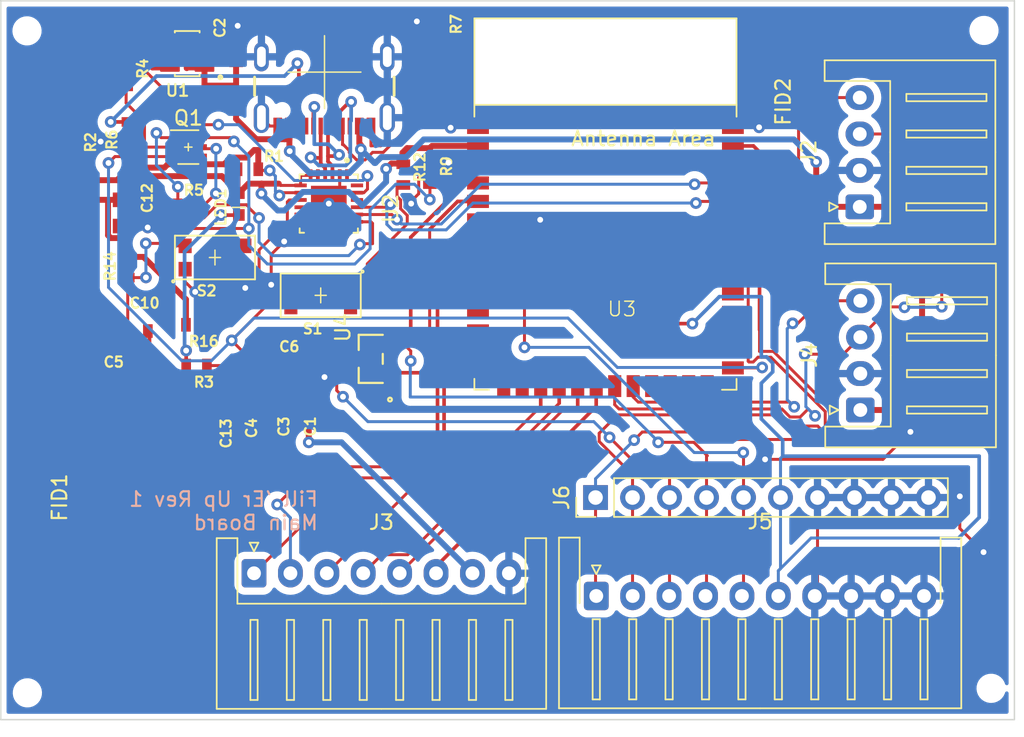
<source format=kicad_pcb>
(kicad_pcb (version 20221018) (generator pcbnew)
  (layers (0 "F.Cu" signal) (31 "B.Cu" signal) (34 "B.Paste" user) (35 "F.Paste" user) (36 "B.SilkS" user "B.Silkscreen") (37 "F.SilkS" user "F.Silkscreen") (38 "B.Mask" user) (39 "F.Mask" user) (44 "Edge.Cuts" user))
  (net 0 "")
  (net 1 "+3.3V")
  (net 2 "GND")
  (net 3 "/EN")
  (net 4 "/GPIO0")
  (net 5 "Net-(J1-CC1)")
  (net 6 "/USB_D+")
  (net 7 "/USB_D-")
  (net 9 "Net-(J1-CC2)")
  (net 11 "/SCL")
  (net 12 "/SDA")
  (net 13 "/K_PWR+")
  (net 14 "/K_BREW+")
  (net 15 "/K_LIM_SWS+")
  (net 16 "/K_LIM_SWB+")
  (net 17 "/K_LIM_PUMP+")
  (net 18 "/K_RES+")
  (net 19 "Net-(LED1-C)")
  (net 20 "/~{RTS}")
  (net 21 "Net-(Q1A-B1)")
  (net 22 "/~{DTR}")
  (net 23 "Net-(Q1B-B2)")
  (net 24 "/VBUS_DET")
  (net 25 "Net-(U2-~{RST})")
  (net 34 "/TXD0")
  (net 35 "/RXD0")
  (net 38 "/LIM_SW_CTRL")
  (net 40 "/TFT_CS")
  (net 41 "/ENC_CLK")
  (net 42 "/ENC_DT")
  (net 43 "/ENC_SW")
  (net 44 "/TFT_BL")
  (net 49 "/TFT_DC")
  (net 50 "/TFT_RST")
  (net 51 "/TFT_MOSI")
  (net 52 "/TFT_SCLK")
  (net 65 "VUSB")
  (footprint "EESDLib_Updated:C0603" (layer "F.Cu") (at 96.3 47.6712 90)
    (fp_text reference "C1")
    (fp_text value "4.7uf")
  )
  (footprint "EESDLib_Updated:C0805" (layer "F.Cu") (at 83.6 34.89 -90)
    (fp_text reference "C12")
    (fp_text value "22uf")
  )
  (footprint "EESDLib_Updated:ESP32-S3-Wroom-1" (layer "F.Cu") (at 115.22 36.73)
    (fp_text reference "U3")
    (fp_text value "ESP32-S3-WROOM-1-N4")
  )
  (footprint "EESDLib_Updated:C0603" (layer "F.Cu") (at 104.65 32.2 -90)
    (fp_text reference "R9")
    (fp_text value "10k")
  )
  (footprint "EESDLib_Updated:C0603" (layer "F.Cu") (at 83.79 25.4888 -90)
    (fp_text reference "R4")
    (fp_text value "10k")
  )
  (footprint "EESDLib_Updated:C0603" (layer "F.Cu") (at 102.82 32.2588 -90)
    (fp_text reference "R12")
    (fp_text value "10k")
  )
  (footprint "Connector_PinHeader_2.54mm:PinHeader_1x10_P2.54mm_Vertical" (layer "F.Cu") (at 116.02 54.43 90)
    (fp_text reference "J6")
    (fp_text value "Conn_01x10_Pin")
  )
  (footprint "EESDLib_Updated:SC70-6" (layer "F.Cu") (at 88.06 30.37)
    (fp_text reference "Q1")
    (fp_text value "NPNx2")
  )
  (footprint "EESDLib_Updated:QFN-24" (layer "F.Cu") (at 97.705 34.25 -90)
    (fp_text reference "U2")
    (fp_text value "CP2102N-A02-GQFN24R" hide)
  )
  (footprint "EESDLib_Updated:mounting_hole" (layer "F.Cu") (at 76.985 22.39 90)
    (fp_text reference "H1")
    (fp_text value "MountingHole")
  )
  (footprint "Fiducial:Fiducial_1mm_Mask3mm" (layer "F.Cu") (at 128.46 23.92 90)
    (fp_text reference "FID2")
    (fp_text value "Fiducial")
  )
  (footprint "Fiducial:Fiducial_1mm_Mask3mm" (layer "F.Cu") (at 81.76 54.43 90)
    (fp_text reference "FID1")
    (fp_text value "Fiducial")
  )
  (footprint "EESDLib_Updated:C0603" (layer "F.Cu") (at 92.5412 47.6688 90)
    (fp_text reference "C4")
    (fp_text value "1u")
  )
  (footprint "EESDLib_Updated:mounting_hole" (layer "F.Cu") (at 77.01 67.84 -90)
    (fp_text reference "H2")
    (fp_text value "MountingHole")
  )
  (footprint "Connector_JST:JST_XH_S8B-XH-A_1x08_P2.50mm_Horizontal" (layer "F.Cu") (at 92.57 59.63)
    (fp_text reference "J3")
    (fp_text value "Conn_01x08")
  )
  (footprint "EESDLib_Updated:GCT4105" (layer "F.Cu") (at 97.41 25.22 -90)
    (fp_text reference "J1" hide)
    (fp_text value "USB4105-GF-A")
  )
  (footprint "EESDLib_Updated:C0603" (layer "F.Cu") (at 95.4988 45.21)
    (fp_text reference "C6")
    (fp_text value "1uf")
  )
  (footprint "EESDLib_Updated:LED_0603" (layer "F.Cu") (at 91.53 34.28 90)
    (fp_text reference "LED1")
    (fp_text value "val")
  )
  (footprint "EESDLib_Updated:C0603" (layer "F.Cu") (at 90.75 47.67 90)
    (fp_text reference "C13")
    (fp_text value "1u")
  )
  (footprint "Connector_JST:JST_XH_S10B-XH-A-1_1x10_P2.50mm_Horizontal" (layer "F.Cu") (at 116.07 61.19)
    (fp_text reference "J5")
    (fp_text value "Conn_01x10_Pin")
  )
  (footprint "EESDLib_Updated:C0603" (layer "F.Cu") (at 92.1512 31.89 180)
    (fp_text reference "R1")
    (fp_text value "22k")
  )
  (footprint "EESDLib_Updated:C0603" (layer "F.Cu") (at 105.31 22.4388 -90)
    (fp_text reference "R7")
    (fp_text value "5.1k")
  )
  (footprint "EESDLib_Updated:C0603" (layer "F.Cu") (at 84.6812 46.58)
    (fp_text reference "C5")
    (fp_text value "1uf")
  )
  (footprint "EESDLib_Updated:C0603" (layer "F.Cu") (at 88.0312 34.37)
    (fp_text reference "R5")
    (fp_text value "10k")
  )
  (footprint "EESDLib_Updated:C0603" (layer "F.Cu") (at 83.9 38.62 90)
    (fp_text reference "R14")
    (fp_text value "10k")
  )
  (footprint "EESDLib_Updated:PB4X2" (layer "F.Cu") (at 97.15 40.55)
    (fp_text reference "S1")
    (fp_text value "KMR231GLFS")
  )
  (footprint "EESDLib_Updated:C0603" (layer "F.Cu") (at 91.34 23.8388 90)
    (fp_text reference "C2")
    (fp_text value "1u")
  )
  (footprint "LIM SWITCH MOSFET:SOT-23_ONS" (layer "F.Cu") (at 100.5852 44.91 90)
    (fp_text reference "U4")
    (fp_text value "2N7002KT1G")
  )
  (footprint "EESDLib_Updated:mounting_hole" (layer "F.Cu") (at 142.69 22.36 90)
    (fp_text reference "H3")
    (fp_text value "MountingHole")
  )
  (footprint "Connector_JST:JST_XH_S4B-XH-A_1x04_P2.50mm_Horizontal" (layer "F.Cu") (at 134.2 48.42 90)
    (fp_text reference "J4")
    (fp_text value "Conn_01x04")
  )
  (footprint "EESDLib_Updated:C0603" (layer "F.Cu") (at 88.6112 42.57 180)
    (fp_text reference "R16")
    (fp_text value "10k")
  )
  (footprint "EESDLib_Updated:C0603" (layer "F.Cu") (at 83.95 29.355 90)
    (fp_text reference "R6")
    (fp_text value "5.1k")
  )
  (footprint "EESDLib_Updated:C0603" (layer "F.Cu") (at 84.5712 43)
    (fp_text reference "C10")
    (fp_text value "1u")
  )
  (footprint "EESDLib_Updated:mounting_hole" (layer "F.Cu") (at 143.18 67.53 90)
    (fp_text reference "H4")
    (fp_text value "MountingHole")
  )
  (footprint "EESDLib_Updated:C0603" (layer "F.Cu") (at 80.21 30.5512 -90)
    (fp_text reference "R2")
    (fp_text value "47k")
  )
  (footprint "Connector_JST:JST_XH_S4B-XH-A_1x04_P2.50mm_Horizontal" (layer "F.Cu") (at 134.16 34.47 90)
    (fp_text reference "J2")
    (fp_text value "Conn_01x04")
  )
  (footprint "EESDLib_Updated:PB4X2" (layer "F.Cu") (at 89.89 37.95 180)
    (fp_text reference "S2")
    (fp_text value "KMR231GLFS")
  )
  (footprint "EESDLib_Updated:C0603" (layer "F.Cu") (at 88.625 45.37 180)
    (fp_text reference "R3")
    (fp_text value "1k")
  )
  (footprint "EESDLib_Updated:C0603" (layer "F.Cu") (at 94.4 47.6788 90)
    (fp_text reference "C3")
    (fp_text value "0.1uf")
  )
  (footprint "EESDLib_Updated:SOT25" (layer "F.Cu") (at 87.985 23.95 180)
    (fp_text reference "U1")
    (fp_text value "AP2112K-3.3TRG1")
  )
  (gr_rect (start 75.18 20.32) (end 144.78 69.68) (stroke (width 0.1)) (fill none) (layer "Edge.Cuts"))
  (gr_text "Fill 'Er Up Rev 1\nMain Board" (at 97.05 56.74) (layer "B.SilkS") (effects (font (size 1 1)) (justify left bottom mirror)))
  (segment (start 90.363 32.363) (end 84.097 32.363) (width 0.4064) (layer "F.Cu") (net 1))
  (segment (start 92.18 32.88) (end 93.09 32.88) (width 0.4064) (layer "F.Cu") (net 1))
  (segment (start 82.548 36.42545) (end 82.73955 36.617) (width 0.4064) (layer "F.Cu") (net 1))
  (segment (start 93.09 32.88) (end 94.27 32.88) (width 0.4064) (layer "F.Cu") (net 1))
  (segment (start 102.0012 31.4988) (end 102.76 31.4988) (width 0.4064) (layer "F.Cu") (net 1))
  (segment (start 94.39 33) (end 94.27 32.88) (width 0.2032) (layer "F.Cu") (net 1))
  (segment (start 107.95 30.29) (end 104.79 30.29) (width 0.4064) (layer "F.Cu") (net 1))
  (segment (start 96.2924 48.39) (end 96.3 48.3824) (width 0.254) (layer "F.Cu") (net 1))
  (segment (start 96.455 32.315) (end 95.805 32.315) (width 0.2032) (layer "F.Cu") (net 1))
  (segment (start 79.96 33.99) (end 79.17 33.2) (width 0.4064) (layer "F.Cu") (net 1))
  (segment (start 96.33 50.64) (end 96.33 48.4124) (width 0.4064) (layer "F.Cu") (net 1))
  (segment (start 95.805 32.315) (end 95.77 32.35) (width 0.2032) (layer "F.Cu") (net 1))
  (segment (start 83.9 37.9088) (end 84.9788 37.9088) (width 0.4064) (layer "F.Cu") (net 1))
  (segment (start 83.6 32.86) (end 83.6 33.99) (width 0.4064) (layer "F.Cu") (net 1))
  (segment (start 102.76 30.76) (end 103.08 30.44) (width 0.4064) (layer "F.Cu") (net 1))
  (segment (start 83.9 36.96) (end 83.9 37.9088) (width 0.4064) (layer "F.Cu") (net 1))
  (segment (start 79.17 33.2) (end 79.17 27.3) (width 0.4064) (layer "F.Cu") (net 1))
  (segment (start 84.097 32.363) (end 83.6 32.86) (width 0.4064) (layer "F.Cu") (net 1))
  (segment (start 84.9788 37.9088) (end 87.9 40.83) (width 0.4064) (layer "F.Cu") (net 1))
  (segment (start 93.08 33.56) (end 93.08 32.89) (width 0.4064) (layer "F.Cu") (net 1))
  (segment (start 91.53 33.53) (end 92.18 32.88) (width 0.4064) (layer "F.Cu") (net 1))
  (segment (start 103.08 30.44) (end 104.64 30.44) (width 0.4064) (layer "F.Cu") (net 1))
  (segment (start 82.548 33.99) (end 82.548 36.42545) (width 0.4064) (layer "F.Cu") (net 1))
  (segment (start 91.44 32.75) (end 90.75 32.75) (width 0.4064) (layer "F.Cu") (net 1))
  (segment (start 84.58 23.88) (end 85.6 24.9) (width 0.4064) (layer "F.Cu") (net 1))
  (segment (start 96.33 48.4124) (end 96.3 48.3824) (width 0.4064) (layer "F.Cu") (net 1))
  (segment (start 93.08 32.89) (end 93.09 32.88) (width 0.4064) (layer "F.Cu") (net 1))
  (segment (start 96.455 32.315) (end 96.955 32.315) (width 0.2032) (layer "F.Cu") (net 1))
  (segment (start 92.54 48.3812) (end 92.5412 48.38) (width 0.254) (layer "F.Cu") (net 1))
  (segment (start 94.4 48.39) (end 96.2924 48.39) (width 0.4064) (layer "F.Cu") (net 1))
  (segment (start 79.96 43.940312) (end 79.96 33.99) (width 0.4064) (layer "F.Cu") (net 1))
  (segment (start 79.17 27.3) (end 82.59 23.88) (width 0.4064) (layer "F.Cu") (net 1))
  (segment (start 83.6 33.99) (end 82.548 33.99) (width 0.254) (layer "F.Cu") (net 1))
  (segment (start 104.79 30.29) (end 104.64 30.44) (width 0.4064) (layer "F.Cu") (net 1))
  (segment (start 85.6 24.9) (end 86.8 24.9) (width 0.4064) (layer "F.Cu") (net 1))
  (segment (start 82.59 23.88) (end 84.58 23.88) (width 0.4064) (layer "F.Cu") (net 1))
  (segment (start 83.557 36.617) (end 83.9 36.96) (width 0.4064) (layer "F.Cu") (net 1))
  (segment (start 90.75 48.3812) (end 84.400888 48.3812) (width 0.4064) (layer "F.Cu") (net 1))
  (segment (start 91.44 31.89) (end 91.44 32.75) (width 0.4064) (layer "F.Cu") (net 1))
  (segment (start 95.77 32.35) (end 95.77 33) (width 0.2032) (layer "F.Cu") (net 1))
  (segment (start 102.76 31.4988) (end 102.76 30.76) (width 0.4064) (layer "F.Cu") (net 1))
  (segment (start 92.5412 48.38) (end 94.39 48.38) (width 0.4064) (layer "F.Cu") (net 1))
  (segment (start 82.73955 36.617) (end 83.557 36.617) (width 0.4064) (layer "F.Cu") (net 1))
  (segment (start 83.6 33.99) (end 79.96 33.99) (width 0.4064) (layer "F.Cu") (net 1))
  (segment (start 91.44 33.44) (end 91.53 33.53) (width 0.254) (layer "F.Cu") (net 1))
  (segment (start 101.64 31.86) (end 102.0012 31.4988) (width 0.4064) (layer "F.Cu") (net 1))
  (segment (start 94.39 48.38) (end 94.4 48.39) (width 0.254) (layer "F.Cu") (net 1))
  (segment (start 104.65 30.45) (end 104.65 31.4888) (width 0.4064) (layer "F.Cu") (net 1))
  (segment (start 104.64 30.44) (end 104.65 30.45) (width 0.4064) (layer "F.Cu") (net 1))
  (segment (start 90.75 48.3812) (end 92.54 48.3812) (width 0.4064) (layer "F.Cu") (net 1))
  (segment (start 95.77 33) (end 94.39 33) (width 0.2032) (layer "F.Cu") (net 1))
  (segment (start 84.400888 48.3812) (end 79.96 43.940312) (width 0.4064) (layer "F.Cu") (net 1))
  (segment (start 107.51 59.69) (end 107.57 59.63) (width 0.4064) (layer "F.Cu") (net 1))
  (segment (start 90.75 32.75) (end 90.363 32.363) (width 0.4064) (layer "F.Cu") (net 1))
  (segment (start 87.9 40.83) (end 87.9 42.57) (width 0.4064) (layer "F.Cu") (net 1))
  (segment (start 91.44 32.75) (end 91.44 33.44) (width 0.4064) (layer "F.Cu") (net 1))
  (via (at 101.64 31.86) (size 0.8) (drill 0.4) (layers "F.Cu" "B.Cu") (net 1))
  (via (at 96.33 50.64) (size 0.8) (drill 0.4) (layers "F.Cu" "B.Cu") (net 1))
  (via (at 93.08 33.56) (size 0.8) (drill 0.4) (layers "F.Cu" "B.Cu") (net 1))
  (segment (start 95.9332 33.4468) (end 99.072697 33.4468) (width 0.4064) (layer "B.Cu") (net 1))
  (segment (start 94.66 34.72) (end 95.9332 33.4468) (width 0.4064) (layer "B.Cu") (net 1))
  (segment (start 93.08 33.602968) (end 94.197032 34.72) (width 0.4064) (layer "B.Cu") (net 1))
  (segment (start 99.072697 33.4468) (end 100.012949 34.387052) (width 0.4064) (layer "B.Cu") (net 1))
  (segment (start 100.012949 34.387052) (end 101.64 32.760001) (width 0.4064) (layer "B.Cu") (net 1))
  (segment (start 101.64 32.760001) (end 101.64 31.86) (width 0.4064) (layer "B.Cu") (net 1))
  (segment (start 94.197032 34.72) (end 94.66 34.72) (width 0.4064) (layer "B.Cu") (net 1))
  (segment (start 93.08 33.56) (end 93.08 33.602968) (width 0.4064) (layer "B.Cu") (net 1))
  (segment (start 98.58 50.64) (end 96.33 50.64) (width 0.4064) (layer "B.Cu") (net 1))
  (segment (start 107.57 59.63) (end 98.58 50.64) (width 0.4064) (layer "B.Cu") (net 1))
  (segment (start 91.34 22.15) (end 91.45 22.04) (width 0.2032) (layer "F.Cu") (net 2))
  (segment (start 91.94 40.01) (end 91.97 40.04) (width 0.2032) (layer "F.Cu") (net 2))
  (segment (start 98.455 33.5) (end 97.705 34.25) (width 0.2032) (layer "F.Cu") (net 2))
  (segment (start 101.72 27.77) (end 101.72 28.35) (width 0.2032) (layer "F.Cu") (net 2))
  (segment (start 85.3924 46.58) (end 85.3924 43.11) (width 0.254) (layer "F.Cu") (net 2))
  (segment (start 113.8 38.14) (end 113.8 36.74) (width 0.2032) (layer "F.Cu") (net 2))
  (segment (start 96.3 46.96) (end 94.4076 46.96) (width 0.2032) (layer "F.Cu") (net 2))
  (segment (start 127.66 51.81) (end 135.75 51.81) (width 0.2032) (layer "F.Cu") (net 2))
  (segment (start 116.6 36.74) (end 116.6 38.14) (width 0.2032) (layer "F.Cu") (net 2))
  (segment (start 92.5412 46.9576) (end 90.7512 46.9576) (width 0.2032) (layer "F.Cu") (net 2))
  (segment (start 85.17 35.79) (end 85.27 35.89) (width 0.2032) (layer "F.Cu") (net 2))
  (segment (start 131.26 61) (end 131.07 61.19) (width 0.2032) (layer "F.Cu") (net 2))
  (segment (start 85.3924 43.11) (end 85.2824 43) (width 0.254) (layer "F.Cu") (net 2))
  (segment (start 101.72 29.83) (end 101.27 30.28) (width 0.2032) (layer "F.Cu") (net 2))
  (segment (start 97.41 46.16) (end 97.37 46.2) (width 0.2032) (layer "F.Cu") (net 2))
  (segment (start 90.41 23.385) (end 90.41 23.17) (width 0.2032) (layer "F.Cu") (net 2))
  (segment (start 89.17 23.95) (end 89.845 23.95) (width 0.2032) (layer "F.Cu") (net 2))
  (segment (start 101.27 30.28) (end 100.6 30.28) (width 0.2032) (layer "F.Cu") (net 2))
  (segment (start 94.4076 46.96) (end 94.4 46.9676) (width 0.2032) (layer "F.Cu") (net 2))
  (segment (start 91.94 38.75) (end 91.94 40.01) (width 0.2032) (layer "F.Cu") (net 2))
  (segment (start 92.5512 46.9676) (end 92.5412 46.9576) (width 0.2032) (layer "F.Cu") (net 2))
  (segment (start 80.24 28.52) (end 80.21 28.55) (width 0.2032) (layer "F.Cu") (net 2))
  (segment (start 82.1162 30.0662) (end 82.04 29.99) (width 0.254) (layer "F.Cu") (net 2))
  (segment (start 90.41 23.17) (end 90.4524 23.1276) (width 0.2032) (layer "F.Cu") (net 2))
  (segment (start 80.57 28.52) (end 80.24 28.52) (width 0.2032) (layer "F.Cu") (net 2))
  (segment (start 131.26 54.43) (end 131.26 61) (width 0.2032) (layer "F.Cu") (net 2))
  (segment (start 142.66 58.18) (end 141.03 56.55) (width 0.2032) (layer "F.Cu") (net 2))
  (segment (start 133.57 61.19) (end 136.07 61.19) (width 0.2032) (layer "F.Cu") (net 2))
  (segment (start 105.4932 32.2) (end 105.92 31.7732) (width 0.2032) (layer "F.Cu") (net 2))
  (segment (start 93.82 39.75) (end 95.1 39.75) (width 0.2032) (layer "F.Cu") (net 2))
  (segment (start 88.94 46.62) (end 86.12 46.62) (width 0.254) (layer "F.Cu") (net 2))
  (segment (start 101.72 28.35) (end 101.72 29.83) (width 0.2032) (layer "F.Cu") (net 2))
  (segment (start 90.7512 46.9576) (end 90.75 46.9588) (width 0.2032) (layer "F.Cu") (net 2))
  (segment (start 89.845 23.95) (end 90.41 23.385) (width 0.2032) (layer "F.Cu") (net 2))
  (segment (start 94.64 36.85) (end 93.75 37.74) (width 0.2032) (layer "F.Cu") (net 2))
  (segment (start 116.6 38.14) (end 115.2 38.14) (width 0.2032) (layer "F.Cu") (net 2))
  (segment (start 90.75 46.9588) (end 90.75 45.52) (width 0.2032) (layer "F.Cu") (net 2))
  (segment (start 97.37 46.2) (end 96.31 46.2) (width 0.2032) (layer "F.Cu") (net 2))
  (segment (start 87.84 38.75) (end 87.84 39.62) (width 0.2032) (layer "F.Cu") (net 2))
  (segment (start 115.2 35.34) (end 116.6 35.34) (width 0.2032) (layer "F.Cu") (net 2))
  (segment (start 103.8785 33.5715) (end 103.8785 32.456072) (width 0.2032) (layer "F.Cu") (net 2))
  (segment (start 136.34 54.43) (end 133.8 54.43) (width 0.2032) (layer "F.Cu") (net 2))
  (segment (start 140.95 54.43) (end 138.88 54.43) (width 0.2032) (layer "F.Cu") (net 2))
  (segment (start 133.8 54.43) (end 131.26 54.43) (width 0.2032) (layer "F.Cu") (net 2))
  (segment (start 136.07 61.19) (end 138.57 61.19) (width 0.2032) (layer "F.Cu") (net 2))
  (segment (start 107.95 29.02) (end 106.09 29.02) (width 0.2032) (layer "F.Cu") (net 2))
  (segment (start 94.4 46.9676) (end 92.5512 46.9676) (width 0.2032) (layer "F.Cu") (net 2))
  (segment (start 112.24 35.34) (end 112.22 35.36) (width 0.2032) (layer "F.Cu") (net 2))
  (segment (start 90.4524 23.1276) (end 91.34 23.1276) (width 0.2032) (layer "F.Cu") (net 2))
  (segment (start 125.45 29.02) (end 127.24 29.02) (width 0.2032) (layer "F.Cu") (net 2))
  (segment (start 135.75 51.81) (end 137.64 49.92) (width 0.2032) (layer "F.Cu") (net 2))
  (segment (start 93.75 39.82) (end 93.82 39.75) (width 0.2032) (layer "F.Cu") (net 2))
  (segment (start 80.21 28.55) (end 80.21 29.84) (width 0.2032) (layer "F.Cu") (net 2))
  (segment (start 97.38 45.21) (end 97.41 45.24) (width 0.2032) (layer "F.Cu") (net 2))
  (segment (start 82.04 29.99) (end 80.57 28.52) (width 0.2032) (layer "F.Cu") (net 2))
  (segment (start 127.24 29.02) (end 127.25 29.01) (width 0.2032) (layer "F.Cu") (net 2))
  (segment (start 113.8 36.74) (end 115.2 36.74) (width 0.2032) (layer "F.Cu") (net 2))
  (segment (start 91.97 38.78) (end 91.94 38.75) (width 0.254) (layer "F.Cu") (net 2))
  (segment (start 96.31 46.2) (end 96.3 46.21) (width 0.2032) (layer "F.Cu") (net 2))
  (segment (start 91.34 23.1276) (end 91.34 22.15) (width 0.2032) (layer "F.Cu") (net 2))
  (segment (start 83.8738 29.99) (end 83.95 30.0662) (width 0.2032) (layer "F.Cu") (net 2))
  (segment (start 103.7624 21.7276) (end 105.31 21.7276) (width 0.2032) (layer "F.Cu") (net 2))
  (segment (start 115.2 38.14) (end 113.8 38.14) (width 0.2032) (layer "F.Cu") (net 2))
  (segment (start 103.36 34.25) (end 103.36 34.09) (width 0.2032) (layer "F.Cu") (net 2))
  (segment (start 93.75 37.74) (end 93.75 39.82) (width 0.2032) (layer "F.Cu") (net 2))
  (segment (start 96.21 45.21) (end 97.38 45.21) (width 0.2032) (layer "F.Cu") (net 2))
  (segment (start 95.1 39.75) (end 99.2 39.75) (width 0.2032) (layer "F.Cu") (net 2))
  (segment (start 97.41 45.24) (end 97.41 46.16) (width 0.2032) (layer "F.Cu") (net 2))
  (segment (start 89.3362 46.2238) (end 88.94 46.62) (width 0.254) (layer "F.Cu") (net 2))
  (segment (start 94.2 28.925) (end 93.655 28.925) (width 0.2032) (layer "F.Cu") (net 2))
  (segment (start 93.655 28.925) (end 93.08 28.35) (width 0.2032) (layer "F.Cu") (net 2))
  (segment (start 113.8 35.34) (end 112.24 35.34) (width 0.2032) (layer "F.Cu") (net 2))
  (segment (start 106.09 29.02) (end 106.07 29.04) (width 0.2032) (layer "F.Cu") (net 2))
  (segment (start 83.6 35.79) (end 85.17 35.79) (width 0.2032) (layer "F.Cu") (net 2))
  (segment (start 105.92 31.7732) (end 105.92 31.44) (width 0.2032) (layer "F.Cu") (net 2))
  (segment (start 100.6 30.28) (end 100.6 28.925) (width 0.2032) (layer "F.Cu") (net 2))
  (segment (start 131.07 61.19) (end 133.57 61.19) (width 0.2032) (layer "F.Cu") (net 2))
  (segment (start 103.8785 32.456072) (end 104.134572 32.2) (width 0.2032) (layer "F.Cu") (net 2))
  (segment (start 103.36 34.09) (end 103.8785 33.5715) (width 0.2032) (layer "F.Cu") (net 2))
  (segment (start 93.08 27.68) (end 93.08 28.35) (width 0.2032) (layer "F.Cu") (net 2))
  (segment (start 138.88 54.43) (end 136.34 54.43) (width 0.2032) (layer "F.Cu") (net 2))
  (segment (start 90.6 45.37) (end 89.3362 45.37) (width 0.2032) (layer "F.Cu") (net 2))
  (segment (start 98.455 32.315) (end 98.455 33.5) (width 0.2032) (layer "F.Cu") (net 2))
  (segment (start 113.8 35.34) (end 115.2 35.34) (width 0.2032) (layer "F.Cu") (net 2))
  (segment (start 96.3 46.21) (end 96.3 46.96) (width 0.2032) (layer "F.Cu") (net 2))
  (segment (start 90.75 45.52) (end 90.6 45.37) (width 0.2032) (layer "F.Cu") (net 2))
  (segment (start 86.08 46.58) (end 85.3924 46.58) (width 0.254) (layer "F.Cu") (net 2))
  (segment (start 87.84 39.62) (end 88.53 40.31) (width 0.2032) (layer "F.Cu") (net 2))
  (segment (start 141.03 54.35) (end 140.95 54.43) (width 0.2032) (layer "F.Cu") (net 2))
  (segment (start 116.6 35.34) (end 116.6 36.74) (width 0.2032) (layer "F.Cu") (net 2))
  (segment (start 86.12 46.62) (end 86.08 46.58) (width 0.254) (layer "F.Cu") (net 2))
  (segment (start 103.75 21.74) (end 103.7624 21.7276) (width 0.2032) (layer "F.Cu") (net 2))
  (segment (start 104.134572 32.2) (end 105.4932 32.2) (width 0.2032) (layer "F.Cu") (net 2))
  (segment (start 141.03 56.55) (end 141.03 54.35) (width 0.2032) (layer "F.Cu") (net 2))
  (segment (start 82.04 29.99) (end 83.8738 29.99) (width 0.2032) (layer "F.Cu") (net 2))
  (segment (start 89.3362 45.37) (end 89.3362 46.2238) (width 0.254) (layer "F.Cu") (net 2))
  (segment (start 81.89 29.84) (end 82.04 29.99) (width 0.254) (layer "F.Cu") (net 2))
  (via (at 97.705 34.25) (size 0.8) (drill 0.4) (layers "F.Cu" "B.Cu") (net 2))
  (via (at 137.64 49.92) (size 0.8) (drill 0.4) (layers "F.Cu" "B.Cu") (net 2))
  (via (at 82.04 29.99) (size 0.8) (drill 0.4) (layers "F.Cu" "B.Cu") (net 2))
  (via (at 85.27 35.89) (size 0.8) (drill 0.4) (layers "F.Cu" "B.Cu") (net 2))
  (via (at 112.22 35.36) (size 0.8) (drill 0.4) (layers "F.Cu" "B.Cu") (net 2))
  (via (at 103.36 34.25) (size 0.8) (drill 0.4) (layers "F.Cu" "B.Cu") (net 2))
  (via (at 105.92 31.44) (size 0.8) (drill 0.4) (layers "F.Cu" "B.Cu") (net 2))
  (via (at 94.64 36.85) (size 0.8) (drill 0.4) (layers "F.Cu" "B.Cu") (net 2))
  (via (at 127.66 51.81) (size 0.8) (drill 0.4) (layers "F.Cu" "B.Cu") (net 2))
  (via (at 103.75 21.74) (size 0.8) (drill 0.4) (layers "F.Cu" "B.Cu") (net 2))
  (via (at 127.25 29.01) (size 0.8) (drill 0.4) (layers "F.Cu" "B.Cu") (net 2))
  (via (at 91.97 40.04) (size 0.8) (drill 0.4) (layers "F.Cu" "B.Cu") (net 2))
  (via (at 141.03 54.35) (size 0.8) (drill 0.4) (layers "F.Cu" "B.Cu") (net 2))
  (via (at 97.41 46.16) (size 0.8) (drill 0.4) (layers "F.Cu" "B.Cu") (net 2))
  (via (at 142.66 58.18) (size 0.8) (drill 0.4) (layers "F.Cu" "B.Cu") (net 2))
  (via (at 91.45 22.04) (size 0.8) (drill 0.4) (layers "F.Cu" "B.Cu") (net 2))
  (via (at 88.53 40.31) (size 0.8) (drill 0.4) (layers "F.Cu" "B.Cu") (net 2))
  (via (at 106.07 29.04) (size 0.8) (drill 0.4) (layers "F.Cu" "B.Cu") (net 2))
  (via (at 93.75 39.82) (size 0.8) (drill 0.4) (layers "F.Cu" "B.Cu") (net 2))
  (segment (start 83.9 39.3312) (end 83.9 42.96) (width 0.2032) (layer "F.Cu") (net 3))
  (segment (start 104.65 32.9112) (end 104.65 33.96) (width 0.2032) (layer "F.Cu") (net 3))
  (segment (start 83.86 46.47) (end 83.97 46.58) (width 0.2032) (layer "F.Cu") (net 3))
  (segment (start 105.5688 32.9112) (end 104.65 32.9112) (width 0.2032) (layer "F.Cu") (net 3))
  (segment (start 83.86 43) (end 83.86 46.47) (width 0.2032) (layer "F.Cu") (net 3))
  (segment (start 89.01 29.72) (end 90.93 29.72) (width 0.2032) (layer "F.Cu") (net 3))
  (segment (start 85.14 36.98) (end 86.44 36.98) (width 0.2032) (layer "F.Cu") (net 3))
  (segment (start 92.215532 35.957136) (end 87.022864 35.957136) (width 0.2032) (layer "F.Cu") (net 3))
  (segment (start 86.61 37.15) (end 87.84 37.15) (width 0.2032) (layer "F.Cu") (net 3))
  (segment (start 90.93 29.72) (end 91.19 29.98) (width 0.2032) (layer "F.Cu") (net 3))
  (segment (start 107.95 31.56) (end 106.92 31.56) (width 0.2032) (layer "F.Cu") (net 3))
  (segment (start 83.9 39.3312) (end 85.1388 39.3312) (width 0.2032) (layer "F.Cu") (net 3))
  (segment (start 86.44 36.98) (end 86.61 37.15) (width 0.2032) (layer "F.Cu") (net 3))
  (segment (start 104.65 33.96) (end 104.64 33.97) (width 0.2032) (layer "F.Cu") (net 3))
  (segment (start 86.22 36.76) (end 86.61 37.15) (width 0.2032) (layer "F.Cu") (net 3))
  (segment (start 85.1388 39.3312) (end 85.15 39.32) (width 0.2032) (layer "F.Cu") (net 3))
  (segment (start 106.92 31.56) (end 105.5688 32.9112) (width 0.2032) (layer "F.Cu") (net 3))
  (segment (start 83.9 42.96) (end 83.86 43) (width 0.2032) (layer "F.Cu") (net 3))
  (segment (start 92.215532 35.957136) (end 92.215532 36.874468) (width 0.2032) (layer "F.Cu") (net 3))
  (segment (start 92.215532 36.874468) (end 91.94 37.15) (width 0.2032) (layer "F.Cu") (net 3))
  (segment (start 87.022864 35.957136) (end 86.22 36.76) (width 0.2032) (layer "F.Cu") (net 3))
  (via (at 85.14 36.98) (size 0.8) (drill 0.4) (layers "F.Cu" "B.Cu") (net 3))
  (via (at 91.19 29.98) (size 0.8) (drill 0.4) (layers "F.Cu" "B.Cu") (net 3))
  (via (at 92.215532 35.957136) (size 0.8) (drill 0.4) (layers "F.Cu" "B.Cu") (net 3))
  (via (at 85.15 39.32) (size 0.8) (drill 0.4) (layers "F.Cu" "B.Cu") (net 3))
  (via (at 104.64 33.97) (size 0.8) (drill 0.4) (layers "F.Cu" "B.Cu") (net 3))
  (segment (start 91.19 29.98) (end 92.215532 31.005532) (width 0.2032) (layer "B.Cu") (net 3))
  (segment (start 103.59 32.92) (end 102.3 32.92) (width 0.2032) (layer "B.Cu") (net 3))
  (segment (start 102.3 32.92) (end 100.5416 34.6784) (width 0.2032) (layer "B.Cu") (net 3))
  (segment (start 93.49 38.4) (end 92.215532 37.125532) (width 0.2032) (layer "B.Cu") (net 3))
  (segment (start 104.64 33.97) (end 103.59 32.92) (width 0.2032) (layer "B.Cu") (net 3))
  (segment (start 85.15 39.32) (end 85.15 36.99) (width 0.2032) (layer "B.Cu") (net 3))
  (segment (start 100.5416 34.6784) (end 100.5416 37.350613) (width 0.2032) (layer "B.Cu") (net 3))
  (segment (start 92.215532 37.125532) (end 92.215532 35.957136) (width 0.2032) (layer "B.Cu") (net 3))
  (segment (start 100.5416 37.350613) (end 99.492213 38.4) (width 0.2032) (layer "B.Cu") (net 3))
  (segment (start 85.15 36.99) (end 85.14 36.98) (width 0.2032) (layer "B.Cu") (net 3))
  (segment (start 99.492213 38.4) (end 93.49 38.4) (width 0.2032) (layer "B.Cu") (net 3))
  (segment (start 92.215532 31.005532) (end 92.215532 35.957136) (width 0.2032) (layer "B.Cu") (net 3))
  (segment (start 100.35 40.2) (end 99.2 41.35) (width 0.2032) (layer "F.Cu") (net 4))
  (segment (start 91.04 43.65) (end 91.04 43.64) (width 0.2032) (layer "F.Cu") (net 4))
  (segment (start 103.0916 35.640613) (end 100.35 38.382213) (width 0.2032) (layer "F.Cu") (net 4))
  (segment (start 91.04 43.64) (end 93.33 41.35) (width 0.2032) (layer "F.Cu") (net 4))
  (segment (start 102.39 33.749293) (end 102.635847 33.99514) (width 0.2032) (layer "F.Cu") (net 4))
  (segment (start 100.35 38.382213) (end 100.35 40.2) (width 0.2032) (layer "F.Cu") (net 4))
  (segment (start 94.7876 45.21) (end 92.6 45.21) (width 0.2032) (layer "F.Cu") (net 4))
  (segment (start 102.39 32.9212) (end 102.39 33.749293) (width 0.2032) (layer "F.Cu") (net 4))
  (segment (start 103.0916 35.059387) (end 103.0916 35.640613) (width 0.2032) (layer "F.Cu") (net 4))
  (segment (start 87.11 31.02) (end 83.02 31.02) (width 0.2032) (layer "F.Cu") (net 4))
  (segment (start 102.635847 34.603634) (end 103.0916 35.059387) (width 0.2032) (layer "F.Cu") (net 4))
  (segment (start 99.2 41.35) (end 95.1 41.35) (width 0.2032) (layer "F.Cu") (net 4))
  (segment (start 93.33 41.35) (end 95.1 41.35) (width 0.2032) (layer "F.Cu") (net 4))
  (segment (start 92.6 45.21) (end 91.04 43.65) (width 0.2032) (layer "F.Cu") (net 4))
  (segment (start 127.43 45.53) (end 127.46 45.5) (width 0.2032) (layer "F.Cu") (net 4))
  (segment (start 102.635847 33.99514) (end 102.635847 34.603634) (width 0.2032) (layer "F.Cu") (net 4))
  (segment (start 125.45 45.53) (end 127.43 45.53) (width 0.2032) (layer "F.Cu") (net 4))
  (segment (start 83.02 31.02) (end 82.58 31.46) (width 0.2032) (layer "F.Cu") (net 4))
  (via (at 82.58 31.46) (size 0.8) (drill 0.4) (layers "F.Cu" "B.Cu") (net 4))
  (via (at 91.04 43.64) (size 0.8) (drill 0.4) (layers "F.Cu" "B.Cu") (net 4))
  (via (at 127.46 45.5) (size 0.8) (drill 0.4) (layers "F.Cu" "B.Cu") (net 4))
  (segment (start 114.13 42.11) (end 92.57 42.11) (width 0.2032) (layer "B.Cu") (net 4))
  (segment (start 117.52 45.5) (end 114.13 42.11) (width 0.2032) (layer "B.Cu") (net 4))
  (segment (start 89.6384 45.0416) (end 91.04 43.64) (width 0.2032) (layer "B.Cu") (net 4))
  (segment (start 127.46 45.5) (end 117.52 45.5) (width 0.2032) (layer "B.Cu") (net 4))
  (segment (start 87.619387 45.0416) (end 89.6384 45.0416) (width 0.2032) (layer "B.Cu") (net 4))
  (segment (start 82.58 31.46) (end 82.58 40.002213) (width 0.2032) (layer "B.Cu") (net 4))
  (segment (start 92.57 42.11) (end 91.04 43.64) (width 0.2032) (layer "B.Cu") (net 4))
  (segment (start 82.58 40.002213) (end 87.619387 45.0416) (width 0.2032) (layer "B.Cu") (net 4))
  (segment (start 101.446105 30.73) (end 105.31 26.866105) (width 0.2032) (layer "F.Cu") (net 5))
  (segment (start 105.31 26.866105) (end 105.31 23.15) (width 0.2032) (layer "F.Cu") (net 5))
  (segment (start 100.714141 30.73) (end 101.446105 30.73) (width 0.2032) (layer "F.Cu") (net 5))
  (segment (start 99.1116 30.609387) (end 99.1116 30.742741) (width 0.2032) (layer "F.Cu") (net 5))
  (segment (start 98.65 30.1984) (end 98.700613 30.1984) (width 0.2032) (layer "F.Cu") (net 5))
  (segment (start 98.65 28.925) (end 98.65 30.1984) (width 0.2032) (layer "F.Cu") (net 5))
  (segment (start 99.1116 30.742741) (end 99.615887 31.247028) (width 0.2032) (layer "F.Cu") (net 5))
  (segment (start 98.700613 30.1984) (end 99.1116 30.609387) (width 0.2032) (layer "F.Cu") (net 5))
  (segment (start 100.197113 31.247028) (end 100.714141 30.73) (width 0.2032) (layer "F.Cu") (net 5))
  (segment (start 99.615887 31.247028) (end 100.197113 31.247028) (width 0.2032) (layer "F.Cu") (net 5))
  (segment (start 98.411824 30.9005) (end 98.4 30.888676) (width 0.254) (layer "F.Cu") (net 6))
  (segment (start 97.65 28.925) (end 97.65 30.99) (width 0.254) (layer "F.Cu") (net 6))
  (segment (start 98.29 30.99) (end 97.65 30.99) (width 0.254) (layer "F.Cu") (net 6))
  (segment (start 96.65 27.67) (end 96.65 28.925) (width 0.254) (layer "F.Cu") (net 6))
  (segment (start 96.71 27.61) (end 96.65 27.67) (width 0.254) (layer "F.Cu") (net 6))
  (segment (start 98.4 30.888676) (end 98.4 30.88) (width 0.254) (layer "F.Cu") (net 6))
  (segment (start 97.65 31.360069) (end 97.955 31.665069) (width 0.254) (layer "F.Cu") (net 6))
  (segment (start 97.955 31.665069) (end 97.955 32.315) (width 0.254) (layer "F.Cu") (net 6))
  (segment (start 97.65 30.99) (end 97.65 31.360069) (width 0.254) (layer "F.Cu") (net 6))
  (segment (start 98.411824 30.9005) (end 98.3795 30.9005) (width 0.254) (layer "F.Cu") (net 6))
  (segment (start 98.3795 30.9005) (end 98.29 30.99) (width 0.254) (layer "F.Cu") (net 6))
  (via (at 98.411824 30.9005) (size 0.8) (drill 0.4) (layers "F.Cu" "B.Cu") (net 6))
  (via (at 96.71 27.61) (size 0.8) (drill 0.4) (layers "F.Cu" "B.Cu") (net 6))
  (segment (start 96.71 27.61) (end 96.71 30.17) (width 0.254) (layer "B.Cu") (net 6))
  (segment (start 96.71 30.17) (end 97.681324 30.17) (width 0.254) (layer "B.Cu") (net 6))
  (segment (start 97.681324 30.17) (end 98.411824 30.9005) (width 0.254) (layer "B.Cu") (net 6))
  (segment (start 99.12755 27.26) (end 98.15 28.23755) (width 0.254) (layer "F.Cu") (net 7))
  (segment (start 97.15 31.502122) (end 97.455 31.807122) (width 0.254) (layer "F.Cu") (net 7))
  (segment (start 97.15 30.3) (end 97.15 31.11) (width 0.254) (layer "F.Cu") (net 7))
  (segment (start 98.15 28.23755) (end 98.15 28.925) (width 0.254) (layer "F.Cu") (net 7))
  (segment (start 96.49 31.11) (end 96.46 31.08) (width 0.254) (layer "F.Cu") (net 7))
  (segment (start 97.15 31.11) (end 96.62 31.11) (width 0.254) (layer "F.Cu") (net 7))
  (segment (start 97.15 28.925) (end 97.15 30.3) (width 0.254) (layer "F.Cu") (net 7))
  (segment (start 99.24 27.26) (end 99.12755 27.26) (width 0.254) (layer "F.Cu") (net 7))
  (segment (start 97.15 31.11) (end 97.15 31.502122) (width 0.254) (layer "F.Cu") (net 7))
  (segment (start 96.46 31.08) (end 96.45 31.07) (width 0.254) (layer "F.Cu") (net 7))
  (segment (start 97.455 31.807122) (end 97.455 32.315) (width 0.254) (layer "F.Cu") (net 7))
  (via (at 96.46 31.08) (size 0.8) (drill 0.4) (layers "F.Cu" "B.Cu") (net 7))
  (via (at 99.24 27.26) (size 0.8) (drill 0.4) (layers "F.Cu" "B.Cu") (net 7))
  (segment (start 98.873 31.627) (end 97.007 31.627) (width 0.254) (layer "B.Cu") (net 7))
  (segment (start 97.007 31.627) (end 96.46 31.08) (width 0.254) (layer "B.Cu") (net 7))
  (segment (start 99.24 27.26) (end 99.24 28.56) (width 0.254) (layer "B.Cu") (net 7))
  (segment (start 99.18 28.62) (end 99.18 31.32) (width 0.254) (layer "B.Cu") (net 7))
  (segment (start 99.24 28.56) (end 99.18 28.62) (width 0.254) (layer "B.Cu") (net 7))
  (segment (start 99.18 31.32) (end 98.873 31.627) (width 0.254) (layer "B.Cu") (net 7))
  (segment (start 95.65 24.71) (end 95.65 28.925) (width 0.254) (layer "F.Cu") (net 9))
  (segment (start 83.95 28.6438) (end 82.7338 28.6438) (width 0.254) (layer "F.Cu") (net 9))
  (segment (start 95.55 24.61) (end 95.65 24.71) (width 0.254) (layer "F.Cu") (net 9))
  (segment (start 82.7338 28.6438) (end 82.73 28.64) (width 0.254) (layer "F.Cu") (net 9))
  (via (at 82.73 28.64) (size 0.8) (drill 0.4) (layers "F.Cu" "B.Cu") (net 9))
  (via (at 95.55 24.61) (size 0.8) (drill 0.4) (layers "F.Cu" "B.Cu") (net 9))
  (segment (start 95.55 24.61) (end 94.668089 25.491911) (width 0.254) (layer "B.Cu") (net 9))
  (segment (start 94.668089 25.491911) (end 85.878089 25.491911) (width 0.254) (layer "B.Cu") (net 9))
  (segment (start 85.878089 25.491911) (end 82.73 28.64) (width 0.254) (layer "B.Cu") (net 9))
  (segment (start 139.29 29.47) (end 134.16 29.47) (width 0.2032) (layer "F.Cu") (net 11))
  (segment (start 117.63 48.35) (end 117.335 48.055) (width 0.2032) (layer "F.Cu") (net 11))
  (segment (start 139.79 41.33) (end 139.79 29.97) (width 0.2032) (layer "F.Cu") (net 11))
  (segment (start 129.369387 48.9016) (end 128.817787 48.35) (width 0.2032) (layer "F.Cu") (net 11))
  (segment (start 139.79 29.97) (end 139.29 29.47) (width 0.2032) (layer "F.Cu") (net 11))
  (segment (start 117.335 48.055) (end 117.335 46.78) (width 0.2032) (layer "F.Cu") (net 11))
  (segment (start 128.817787 48.35) (end 117.63 48.35) (width 0.2032) (layer "F.Cu") (net 11))
  (segment (start 137.2 41.34) (end 137.23 41.37) (width 0.2032) (layer "F.Cu") (net 11))
  (segment (start 136.28 41.34) (end 137.2 41.34) (width 0.2032) (layer "F.Cu") (net 11))
  (segment (start 131.09 48.82) (end 130.62 48.35) (width 0.2032) (layer "F.Cu") (net 11))
  (segment (start 130.38 44.59) (end 133.03 44.59) (width 0.2032) (layer "F.Cu") (net 11))
  (segment (start 133.03 44.59) (end 136.28 41.34) (width 0.2032) (layer "F.Cu") (net 11))
  (segment (start 130.62 48.35) (end 130.0684 48.9016) (width 0.2032) (layer "F.Cu") (net 11))
  (segment (start 130.0684 48.9016) (end 129.369387 48.9016) (width 0.2032) (layer "F.Cu") (net 11))
  (via (at 139.79 41.33) (size 0.8) (drill 0.4) (layers "F.Cu" "B.Cu") (net 11))
  (via (at 131.09 48.82) (size 0.8) (drill 0.4) (layers "F.Cu" "B.Cu") (net 11))
  (via (at 130.38 44.59) (size 0.8) (drill 0.4) (layers "F.Cu" "B.Cu") (net 11))
  (via (at 137.23 41.37) (size 0.8) (drill 0.4) (layers "F.Cu" "B.Cu") (net 11))
  (segment (start 139.75 41.37) (end 139.79 41.33) (width 0.2032) (layer "B.Cu") (net 11))
  (segment (start 137.23 41.37) (end 139.75 41.37) (width 0.2032) (layer "B.Cu") (net 11))
  (segment (start 130.46 48.19) (end 130.46 44.67) (width 0.2032) (layer "B.Cu") (net 11))
  (segment (start 130.46 44.67) (end 130.38 44.59) (width 0.2032) (layer "B.Cu") (net 11))
  (segment (start 131.09 48.82) (end 130.46 48.19) (width 0.2032) (layer "B.Cu") (net 11))
  (segment (start 129.96 39.42) (end 131.46 40.92) (width 0.2032) (layer "F.Cu") (net 12))
  (segment (start 118.955 47.88) (end 118.605 47.53) (width 0.2032) (layer "F.Cu") (net 12))
  (segment (start 129.34 47.88) (end 118.955 47.88) (width 0.2032) (layer "F.Cu") (net 12))
  (segment (start 129.96 27.82) (end 129.96 39.42) (width 0.2032) (layer "F.Cu") (net 12))
  (segment (start 129.91 42.47) (end 131.46 40.92) (width 0.2032) (layer "F.Cu") (net 12))
  (segment (start 131.46 40.92) (end 134.2 40.92) (width 0.2032) (layer "F.Cu") (net 12))
  (segment (start 129.66 48.2) (end 129.34 47.88) (width 0.2032) (layer "F.Cu") (net 12))
  (segment (start 134.16 26.97) (end 130.81 26.97) (width 0.2032) (layer "F.Cu") (net 12))
  (segment (start 130.81 26.97) (end 129.96 27.82) (width 0.2032) (layer "F.Cu") (net 12))
  (segment (start 118.605 47.53) (end 118.605 46.78) (width 0.2032) (layer "F.Cu") (net 12))
  (segment (start 129.55 42.47) (end 129.91 42.47) (width 0.2032) (layer "F.Cu") (net 12))
  (via (at 129.66 48.2) (size 0.8) (drill 0.4) (layers "F.Cu" "B.Cu") (net 12))
  (via (at 129.55 42.47) (size 0.8) (drill 0.4) (layers "F.Cu" "B.Cu") (net 12))
  (segment (start 129.18 42.84) (end 129.18 47.72) (width 0.2032) (layer "B.Cu") (net 12))
  (segment (start 129.18 47.72) (end 129.66 48.2) (width 0.2032) (layer "B.Cu") (net 12))
  (segment (start 129.55 42.47) (end 129.18 42.84) (width 0.2032) (layer "B.Cu") (net 12))
  (segment (start 122.63 49.93) (end 119.23 49.93) (width 0.2032) (layer "F.Cu") (net 13))
  (segment (start 116.02 54.43) (end 116.02 61.14) (width 0.2032) (layer "F.Cu") (net 13))
  (segment (start 128.227623 44.3952) (end 132.1948 48.362377) (width 0.2032) (layer "F.Cu") (net 13))
  (segment (start 131.95861 50.44501) (end 123.14501 50.44501) (width 0.2032) (layer "F.Cu") (net 13))
  (segment (start 127.28 42.92) (end 127.28 30.71) (width 0.25) (layer "F.Cu") (net 13))
  (segment (start 119.23 49.93) (end 118.67 50.49) (width 0.2032) (layer "F.Cu") (net 13))
  (segment (start 127.28 30.71) (end 126.86 30.29) (width 0.25) (layer "F.Cu") (net 13))
  (segment (start 132.1948 49.8748) (end 132.1948 50.20882) (width 0.2032) (layer "F.Cu") (net 13))
  (segment (start 132.1948 50.20882) (end 131.95861 50.44501) (width 0.2032) (layer "F.Cu") (net 13))
  (segment (start 132.1948 48.362377) (end 132.1948 49.8748) (width 0.2032) (layer "F.Cu") (net 13))
  (segment (start 127.28 42.92) (end 127.28 44.3952) (width 0.2032) (layer "F.Cu") (net 13))
  (segment (start 127.28 44.3952) (end 128.227623 44.3952) (width 0.2032) (layer "F.Cu") (net 13))
  (segment (start 126.86 30.29) (end 125.45 30.29) (width 0.25) (layer "F.Cu") (net 13))
  (segment (start 123.14501 50.44501) (end 122.63 49.93) (width 0.2032) (layer "F.Cu") (net 13))
  (segment (start 125.45 30.29) (end 126.2 30.29) (width 0.2032) (layer "F.Cu") (net 13))
  (segment (start 116.02 61.14) (end 116.07 61.19) (width 0.2032) (layer "F.Cu") (net 13))
  (via (at 118.67 50.49) (size 0.8) (drill 0.4) (layers "F.Cu" "B.Cu") (net 13))
  (segment (start 116.02 53.14) (end 116.02 54.43) (width 0.2032) (layer "B.Cu") (net 13))
  (segment (start 118.67 50.49) (end 116.02 53.14) (width 0.2032) (layer "B.Cu") (net 13))
  (segment (start 125.45 31.56) (end 125.806528 31.56) (width 0.2032) (layer "F.Cu") (net 14))
  (segment (start 126.5016 45.0716) (end 126.5568 45.1268) (width 0.2032) (layer "F.Cu") (net 14))
  (segment (start 131.7916 48.529387) (end 131.7916 50.04181) (width 0.2032) (layer "F.Cu") (net 14))
  (segment (start 118.56 61.18) (end 118.57 61.19) (width 0.2032) (layer "F.Cu") (net 14))
  (segment (start 131.27139 49.5216) (end 129.419177 49.5216) (width 0.2032) (layer "F.Cu") (net 14))
  (segment (start 129.419177 49.5216) (end 128.650777 48.7532) (width 0.2032) (layer "F.Cu") (net 14))
  (segment (start 118.56 52.59) (end 118.56 54.43) (width 0.2032) (layer "F.Cu") (net 14))
  (segment (start 128.650777 48.7532) (end 117.534587 48.7532) (width 0.2032) (layer "F.Cu") (net 14))
  (segment (start 126.5568 45.1268) (end 126.840987 45.1268) (width 0.2032) (layer "F.Cu") (net 14))
  (segment (start 131.7916 50.04181) (end 131.27139 49.5216) (width 0.2032) (layer "F.Cu") (net 14))
  (segment (start 126.840987 45.1268) (end 127.169387 44.7984) (width 0.2032) (layer "F.Cu") (net 14))
  (segment (start 117.534587 48.7532) (end 116.27 50.017787) (width 0.2032) (layer "F.Cu") (net 14))
  (segment (start 116.27 50.017787) (end 116.27 50.582213) (width 0.2032) (layer "F.Cu") (net 14))
  (segment (start 127.169387 44.7984) (end 128.060613 44.7984) (width 0.2032) (layer "F.Cu") (net 14))
  (segment (start 126.5016 32.255072) (end 126.5016 45.0716) (width 0.2032) (layer "F.Cu") (net 14))
  (segment (start 125.806528 31.56) (end 126.5016 32.255072) (width 0.2032) (layer "F.Cu") (net 14))
  (segment (start 118.56 54.43) (end 118.56 61.18) (width 0.2032) (layer "F.Cu") (net 14))
  (segment (start 128.060613 44.7984) (end 131.7916 48.529387) (width 0.2032) (layer "F.Cu") (net 14))
  (segment (start 118.277787 52.59) (end 118.56 52.59) (width 0.2032) (layer "F.Cu") (net 14))
  (segment (start 116.27 50.582213) (end 118.277787 52.59) (width 0.2032) (layer "F.Cu") (net 14))
  (segment (start 98.28 44.91) (end 99.62 44.91) (width 0.2032) (layer "F.Cu") (net 15))
  (segment (start 98.68 47.51) (end 98.25 47.08) (width 0.2032) (layer "F.Cu") (net 15))
  (segment (start 119.3916 52.7116) (end 121.0516 52.7116) (width 0.2032) (layer "F.Cu") (net 15))
  (segment (start 121.0516 52.7116) (end 121.1 52.76) (width 0.2032) (layer "F.Cu") (net 15))
  (segment (start 116.98 50.3) (end 119.3916 52.7116) (width 0.2032) (layer "F.Cu") (net 15))
  (segment (start 121.1 61.16) (end 121.07 61.19) (width 0.2032) (layer "F.Cu") (net 15))
  (segment (start 98.25 44.94) (end 98.28 44.91) (width 0.2032) (layer "F.Cu") (net 15))
  (segment (start 121.1 54.43) (end 121.1 61.16) (width 0.2032) (layer "F.Cu") (net 15))
  (segment (start 98.25 47.08) (end 98.25 44.94) (width 0.2032) (layer "F.Cu") (net 15))
  (segment (start 121.1 52.76) (end 121.1 54.43) (width 0.2032) (layer "F.Cu") (net 15))
  (via (at 116.98 50.3) (size 0.8) (drill 0.4) (layers "F.Cu" "B.Cu") (net 15))
  (via (at 98.68 47.51) (size 0.8) (drill 0.4) (layers "F.Cu" "B.Cu") (net 15))
  (segment (start 115.9 49.22) (end 100.39 49.22) (width 0.2032) (layer "B.Cu") (net 15))
  (segment (start 116.98 50.3) (end 115.9 49.22) (width 0.2032) (layer "B.Cu") (net 15))
  (segment (start 100.39 49.22) (end 98.68 47.51) (width 0.2032) (layer "B.Cu") (net 15))
  (segment (start 123.69 51.56) (end 123.64 51.61) (width 0.2032) (layer "F.Cu") (net 16))
  (segment (start 122.77 50.64) (end 123.69 51.56) (width 0.2032) (layer "F.Cu") (net 16))
  (segment (start 103.33 44.37) (end 102.9175 43.9575) (width 0.2032) (layer "F.Cu") (net 16))
  (segment (start 123.64 61.12) (end 123.57 61.19) (width 0.2032) (layer "F.Cu") (net 16))
  (segment (start 120.32 50.64) (end 122.77 50.64) (width 0.2032) (layer "F.Cu") (net 16))
  (segment (start 103.33 45.05) (end 103.33 44.37) (width 0.2032) (layer "F.Cu") (net 16))
  (segment (start 107.95 32.83) (end 107.06 32.83) (width 0.25) (layer "F.Cu") (net 16))
  (segment (start 107.06 32.83) (end 103.33 36.56) (width 0.25) (layer "F.Cu") (net 16))
  (segment (start 102.9175 43.9575) (end 101.5504 43.9575) (width 0.25) (layer "F.Cu") (net 16))
  (segment (start 123.64 51.61) (end 123.64 54.43) (width 0.2032) (layer "F.Cu") (net 16))
  (segment (start 103.33 36.56) (end 103.33 43.545) (width 0.25) (layer "F.Cu") (net 16))
  (segment (start 103.33 43.545) (end 102.9175 43.9575) (width 0.25) (layer "F.Cu") (net 16))
  (segment (start 123.64 54.43) (end 123.64 61.12) (width 0.2032) (layer "F.Cu") (net 16))
  (via (at 103.33 45.05) (size 0.8) (drill 0.4) (layers "F.Cu" "B.Cu") (net 16))
  (via (at 120.32 50.64) (size 0.8) (drill 0.4) (layers "F.Cu" "B.Cu") (net 16))
  (segment (start 120.32 50.64) (end 120.32 50.587787) (width 0.2032) (layer "B.Cu") (net 16))
  (segment (start 120.32 50.587787) (end 117.262213 47.53) (width 0.2032) (layer "B.Cu") (net 16))
  (segment (start 103.3 45.08) (end 103.33 45.05) (width 0.2032) (layer "B.Cu") (net 16))
  (segment (start 103.3 47.53) (end 103.3 45.08) (width 0.2032) (layer "B.Cu") (net 16))
  (segment (start 117.262213 47.53) (end 103.3 47.53) (width 0.2032) (layer "B.Cu") (net 16))
  (segment (start 111.14 40.96) (end 110.63 40.45) (width 0.2032) (layer "F.Cu") (net 17))
  (segment (start 126.18 51.3611) (end 126.18 54.43) (width 0.2032) (layer "F.Cu") (net 17))
  (segment (start 126.18 54.43) (end 126.18 61.08) (width 0.2032) (layer "F.Cu") (net 17))
  (segment (start 126.18 61.08) (end 126.07 61.19) (width 0.2032) (layer "F.Cu") (net 17))
  (segment (start 111.14 44.12) (end 111.14 40.96) (width 0.2032) (layer "F.Cu") (net 17))
  (segment (start 110.63 40.45) (end 107.95 40.45) (width 0.2032) (layer "F.Cu") (net 17))
  (segment (start 126.16 51.3411) (end 126.18 51.3611) (width 0.2032) (layer "F.Cu") (net 17))
  (via (at 126.16 51.3411) (size 0.8) (drill 0.4) (layers "F.Cu" "B.Cu") (net 17))
  (via (at 111.14 44.12) (size 0.8) (drill 0.4) (layers "F.Cu" "B.Cu") (net 17))
  (segment (start 122.79089 51.3411) (end 115.56979 44.12) (width 0.2032) (layer "B.Cu") (net 17))
  (segment (start 126.16 51.3411) (end 122.79089 51.3411) (width 0.2032) (layer "B.Cu") (net 17))
  (segment (start 115.56979 44.12) (end 111.14 44.12) (width 0.2032) (layer "B.Cu") (net 17))
  (segment (start 116.79038 42.49) (end 122.67 42.49) (width 0.25) (layer "F.Cu") (net 18))
  (segment (start 113.025 38.72462) (end 116.79038 42.49) (width 0.25) (layer "F.Cu") (net 18))
  (segment (start 113.025 38.025) (end 113.025 38.72462) (width 0.25) (layer "F.Cu") (net 18))
  (segment (start 110.37 35.37) (end 113.025 38.025) (width 0.25) (layer "F.Cu") (net 18))
  (segment (start 107.95 35.37) (end 110.37 35.37) (width 0.25) (layer "F.Cu") (net 18))
  (via (at 122.67 42.49) (size 0.8) (drill 0.4) (layers "F.Cu" "B.Cu") (net 18))
  (segment (start 127.760305 44.775) (end 128.185 45.199695) (width 0.25) (layer "B.Cu") (net 18))
  (segment (start 128.72 51.74) (end 128.72 54.43) (width 0.2032) (layer "B.Cu") (net 18))
  (segment (start 127.4 44.775) (end 127.760305 44.775) (width 0.25) (layer "B.Cu") (net 18))
  (segment (start 128.185 45.800305) (end 127.4 46.585305) (width 0.25) (layer "B.Cu") (net 18))
  (segment (start 122.67 42.49) (end 124.52 40.64) (width 0.25) (layer "B.Cu") (net 18))
  (segment (start 124.52 40.64) (end 127.38 40.64) (width 0.25) (layer "B.Cu") (net 18))
  (segment (start 128.57 59.46) (end 128.57 61.19) (width 0.2032) (layer "B.Cu") (net 18))
  (segment (start 128.87 51.59) (end 128.72 51.74) (width 0.2032) (layer "B.Cu") (net 18))
  (segment (start 127.38 40.64) (end 127.4 40.66) (width 0.25) (layer "B.Cu") (net 18))
  (segment (start 128.57 59.46) (end 128.72 59.31) (width 0.2032) (layer "B.Cu") (net 18))
  (segment (start 142.36 51.59) (end 142.36 55.8) (width 0.25) (layer "B.Cu") (net 18))
  (segment (start 130.82 57.21) (end 128.57 59.46) (width 0.2032) (layer "B.Cu") (net 18))
  (segment (start 127.4 49.03) (end 128.87 50.5) (width 0.25) (layer "B.Cu") (net 18))
  (segment (start 128.87 50.5) (end 128.87 51.59) (width 0.25) (layer "B.Cu") (net 18))
  (segment (start 128.87 51.59) (end 142.36 51.59) (width 0.25) (layer "B.Cu") (net 18))
  (segment (start 127.4 46.585305) (end 127.4 49.03) (width 0.25) (layer "B.Cu") (net 18))
  (segment (start 128.72 59.31) (end 128.72 54.43) (width 0.2032) (layer "B.Cu") (net 18))
  (segment (start 128.185 45.199695) (end 128.185 45.800305) (width 0.25) (layer "B.Cu") (net 18))
  (segment (start 127.4 40.66) (end 127.4 44.775) (width 0.25) (layer "B.Cu") (net 18))
  (segment (start 142.36 55.8) (end 140.95 57.21) (width 0.25) (layer "B.Cu") (net 18))
  (segment (start 140.95 57.21) (end 130.82 57.21) (width 0.2032) (layer "B.Cu") (net 18))
  (segment (start 87.9138 44.3438) (end 87.91 44.34) (width 0.254) (layer "F.Cu") (net 19))
  (segment (start 87.9138 45.37) (end 87.9138 44.3438) (width 0.254) (layer "F.Cu") (net 19))
  (segment (start 91.52 35.04) (end 91.53 35.03) (width 0.254) (layer "F.Cu") (net 19))
  (segment (start 90.31 35.04) (end 91.52 35.04) (width 0.254) (layer "F.Cu") (net 19))
  (via (at 87.91 44.34) (size 0.8) (drill 0.4) (layers "F.Cu" "B.Cu") (net 19))
  (via (at 90.31 35.04) (size 0.8) (drill 0.4) (layers "F.Cu" "B.Cu") (net 19))
  (segment (start 87.91 44.34) (end 87.803 44.233) (width 0.254) (layer "B.Cu") (net 19))
  (segment (start 87.803 37.547) (end 90.31 35.04) (width 0.254) (layer "B.Cu") (net 19))
  (segment (start 87.803 44.233) (end 87.803 37.547) (width 0.254) (layer "B.Cu") (net 19))
  (segment (start 87.34 33.09) (end 87.34 34.35) (width 0.2032) (layer "F.Cu") (net 20))
  (segment (start 87.11 29.72) (end 86.19 29.72) (width 0.2032) (layer "F.Cu") (net 20))
  (segment (start 100.71 37) (end 99.9 37) (width 0.2032) (layer "F.Cu") (net 20))
  (segment (start 86.19 29.72) (end 85.87 29.4) (width 0.2032) (layer "F.Cu") (net 20))
  (segment (start 99.64 35.5) (end 100.6 35.5) (width 0.2032) (layer "F.Cu") (net 20))
  (segment (start 100.71 35.61) (end 100.71 37) (width 0.2032) (layer "F.Cu") (net 20))
  (segment (start 92.2316 34.505072) (end 92.054928 34.3284) (width 0.2032) (layer "F.Cu") (net 20))
  (segment (start 92.2316 34.548719) (end 92.2316 34.505072) (width 0.2032) (layer "F.Cu") (net 20))
  (segment (start 90.029387 34.3284) (end 89.137787 35.22) (width 0.2032) (layer "F.Cu") (net 20))
  (segment (start 100.6 35.5) (end 100.71 35.61) (width 0.2032) (layer "F.Cu") (net 20))
  (segment (start 87.34 34.35) (end 87.32 34.37) (width 0.2032) (layer "F.Cu") (net 20))
  (segment (start 92.916632 35.233751) (end 92.2316 34.548719) (width 0.2032) (layer "F.Cu") (net 20))
  (segment (start 89.137787 35.22) (end 88.17 35.22) (width 0.2032) (layer "F.Cu") (net 20))
  (segment (start 92.054928 34.3284) (end 90.029387 34.3284) (width 0.2032) (layer "F.Cu") (net 20))
  (segment (start 88.17 35.22) (end 87.32 34.37) (width 0.2032) (layer "F.Cu") (net 20))
  (segment (start 99.9 37) (end 99.84 37.06) (width 0.2032) (layer "F.Cu") (net 20))
  (via (at 99.84 37.06) (size 0.8) (drill 0.4) (layers "F.Cu" "B.Cu") (net 20))
  (via (at 85.87 29.4) (size 0.8) (drill 0.4) (layers "F.Cu" "B.Cu") (net 20))
  (via (at 87.34 33.09) (size 0.8) (drill 0.4) (layers "F.Cu" "B.Cu") (net 20))
  (via (at 92.916632 35.233751) (size 0.8) (drill 0.4) (layers "F.Cu" "B.Cu") (net 20))
  (segment (start 85.87 31.62) (end 87.34 33.09) (width 0.2032) (layer "B.Cu") (net 20))
  (segment (start 85.87 29.4) (end 85.87 31.62) (width 0.2032) (layer "B.Cu") (net 20))
  (segment (start 92.916632 35.233751) (end 92.916632 36.896632) (width 0.2032) (layer "B.Cu") (net 20))
  (segment (start 92.916632 36.896632) (end 93.84 37.82) (width 0.2032) (layer "B.Cu") (net 20))
  (segment (start 99.08 37.82) (end 99.84 37.06) (width 0.2032) (layer "B.Cu") (net 20))
  (segment (start 93.84 37.82) (end 99.08 37.82) (width 0.2032) (layer "B.Cu") (net 20))
  (segment (start 85.05 30.36) (end 85.06 30.37) (width 0.2032) (layer "F.Cu") (net 21))
  (segment (start 83.79 26.2) (end 83.79 27.34) (width 0.2032) (layer "F.Cu") (net 21))
  (segment (start 83.79 27.34) (end 84.462 28.012) (width 0.2032) (layer "F.Cu") (net 21))
  (segment (start 84.544828 28.012) (end 85.05 28.517172) (width 0.2032) (layer "F.Cu") (net 21))
  (segment (start 85.05 28.517172) (end 85.05 30.36) (width 0.2032) (layer "F.Cu") (net 21))
  (segment (start 85.06 30.37) (end 87.11 30.37) (width 0.2032) (layer "F.Cu") (net 21))
  (segment (start 84.462 28.012) (end 84.544828 28.012) (width 0.2032) (layer "F.Cu") (net 21))
  (segment (start 100.111958 33.5) (end 99.64 33.5) (width 0.2032) (layer "F.Cu") (net 22))
  (segment (start 83.79 24.7776) (end 84.7476 24.7776) (width 0.2032) (layer "F.Cu") (net 22))
  (segment (start 88.685 31.02) (end 89.01 31.02) (width 0.2032) (layer "F.Cu") (net 22))
  (segment (start 88.8 28.83) (end 90.13 28.83) (width 0.2032) (layer "F.Cu") (net 22))
  (segment (start 87.97 30.305) (end 88.685 31.02) (width 0.2032) (layer "F.Cu") (net 22))
  (segment (start 87.97 28) (end 88.8 28.83) (width 0.2032) (layer "F.Cu") (net 22))
  (segment (start 100.3616 32.356917) (end 100.3616 33.250358) (width 0.2032) (layer "F.Cu") (net 22))
  (segment (start 100.357701 32.353018) (end 100.3616 32.356917) (width 0.2032) (layer "F.Cu") (net 22))
  (segment (start 84.7476 24.7776) (end 87.97 28) (width 0.2032) (layer "F.Cu") (net 22))
  (segment (start 87.97 28) (end 87.97 30.305) (width 0.2032) (layer "F.Cu") (net 22))
  (segment (start 100.3616 33.250358) (end 100.111958 33.5) (width 0.2032) (layer "F.Cu") (net 22))
  (via (at 100.357701 32.353018) (size 0.8) (drill 0.4) (layers "F.Cu" "B.Cu") (net 22))
  (via (at 90.13 28.83) (size 0.8) (drill 0.4) (layers "F.Cu" "B.Cu") (net 22))
  (segment (start 100.048719 32.662) (end 95.334213 32.662) (width 0.2032) (layer "B.Cu") (net 22))
  (segment (start 95.334213 32.662) (end 91.502213 28.83) (width 0.2032) (layer "B.Cu") (net 22))
  (segment (start 100.357701 32.353018) (end 100.048719 32.662) (width 0.2032) (layer "B.Cu") (net 22))
  (segment (start 91.502213 28.83) (end 90.13 28.83) (width 0.2032) (layer "B.Cu") (net 22))
  (segment (start 89.13 34.37) (end 89.95 33.55) (width 0.2032) (layer "F.Cu") (net 23))
  (segment (start 89.12 30.48) (end 89.01 30.37) (width 0.2032) (layer "F.Cu") (net 23))
  (segment (start 89.97 30.48) (end 89.12 30.48) (width 0.2032) (layer "F.Cu") (net 23))
  (segment (start 88.7424 34.37) (end 89.13 34.37) (width 0.2032) (layer "F.Cu") (net 23))
  (via (at 89.97 30.48) (size 0.8) (drill 0.4) (layers "F.Cu" "B.Cu") (net 23))
  (via (at 89.95 33.55) (size 0.8) (drill 0.4) (layers "F.Cu" "B.Cu") (net 23))
  (segment (start 89.95 30.5) (end 89.97 30.48) (width 0.2032) (layer "B.Cu") (net 23))
  (segment (start 89.95 33.55) (end 89.95 30.5) (width 0.2032) (layer "B.Cu") (net 23))
  (segment (start 93.65 31.97) (end 92.9424 31.97) (width 0.2032) (layer "F.Cu") (net 24))
  (segment (start 94.309379 33.69645) (end 94.505829 33.5) (width 0.2032) (layer "F.Cu") (net 24))
  (segment (start 84.03 31.78) (end 83.17 32.64) (width 0.4064) (layer "F.Cu") (net 24))
  (segment (start 92.82 30.57) (end 92.8624 30.6124) (width 0.4064) (layer "F.Cu") (net 24))
  (segment (start 92.0624 31.09) (end 90.97745 31.09) (width 0.4064) (layer "F.Cu") (net 24))
  (segment (start 86.64955 31.547) (end 86.41655 31.78) (width 0.4064) (layer "F.Cu") (net 24))
  (segment (start 80.2 32.64) (end 80.21 32.63) (width 0.254) (layer "F.Cu") (net 24))
  (segment (start 92.0624 31.09) (end 92.5824 30.57) (width 0.4064) (layer "F.Cu") (net 24))
  (segment (start 86.41655 31.78) (end 84.03 31.78) (width 0.4064) (layer "F.Cu") (net 24))
  (segment (start 80.21 32.63) (end 80.21 31.2624) (width 0.4064) (layer "F.Cu") (net 24))
  (segment (start 92.5824 30.57) (end 92.82 30.57) (width 0.4064) (layer "F.Cu") (net 24))
  (segment (start 92.8624 30.6124) (end 92.8624 31.89) (width 0.4064) (layer "F.Cu") (net 24))
  (segment (start 90.97745 31.09) (end 90.52045 31.547) (width 0.4064) (layer "F.Cu") (net 24))
  (segment (start 83.17 32.64) (end 80.2 32.64) (width 0.4064) (layer "F.Cu") (net 24))
  (segment (start 90.52045 31.547) (end 86.64955 31.547) (width 0.4064) (layer "F.Cu") (net 24))
  (segment (start 94.505829 33.5) (end 95.77 33.5) (width 0.2032) (layer "F.Cu") (net 24))
  (segment (start 92.9424 31.97) (end 92.8624 31.89) (width 0.2032) (layer "F.Cu") (net 24))
  (via (at 93.65 31.97) (size 0.8) (drill 0.4) (layers "F.Cu" "B.Cu") (net 24))
  (via (at 94.309379 33.69645) (size 0.8) (drill 0.4) (layers "F.Cu" "B.Cu") (net 24))
  (segment (start 94.04 33.427071) (end 94.04 32.36) (width 0.2032) (layer "B.Cu") (net 24))
  (segment (start 94.309379 33.69645) (end 94.04 33.427071) (width 0.2032) (layer "B.Cu") (net 24))
  (segment (start 94.04 32.36) (end 93.65 31.97) (width 0.2032) (layer "B.Cu") (net 24))
  (segment (start 92.92 37.43) (end 94.86 35.49) (width 0.2032) (layer "F.Cu") (net 25))
  (segment (start 89.3224 42.57) (end 90.53 42.57) (width 0.2032) (layer "F.Cu") (net 25))
  (segment (start 94.86 35.49) (end 94.86 34.13) (width 0.2032) (layer "F.Cu") (net 25))
  (segment (start 92.92 40.18) (end 92.92 37.43) (width 0.2032) (layer "F.Cu") (net 25))
  (segment (start 94.99 34) (end 95.77 34) (width 0.2032) (layer "F.Cu") (net 25))
  (segment (start 94.86 34.13) (end 94.99 34) (width 0.2032) (layer "F.Cu") (net 25))
  (segment (start 90.53 42.57) (end 92.92 40.18) (width 0.2032) (layer "F.Cu") (net 25))
  (segment (start 122.91 32.83) (end 122.82 32.92) (width 0.2032) (layer "F.Cu") (net 34))
  (segment (start 102.39 35.35) (end 102.04 35) (width 0.2032) (layer "F.Cu") (net 34))
  (segment (start 102.04 35) (end 99.64 35) (width 0.2032) (layer "F.Cu") (net 34))
  (segment (start 125.45 32.83) (end 122.91 32.83) (width 0.2032) (layer "F.Cu") (net 34))
  (via (at 122.82 32.92) (size 0.8) (drill 0.4) (layers "F.Cu" "B.Cu") (net 34))
  (via (at 102.39 35.35) (size 0.8) (drill 0.4) (layers "F.Cu" "B.Cu") (net 34))
  (segment (start 108.16 32.92) (end 122.82 32.92) (width 0.2032) (layer "B.Cu") (net 34))
  (segment (start 105.4316 35.6484) (end 108.16 32.92) (width 0.2032) (layer "B.Cu") (net 34))
  (segment (start 102.39 35.35) (end 102.6884 35.6484) (width 0.2032) (layer "B.Cu") (net 34))
  (segment (start 102.6884 35.6484) (end 105.4316 35.6484) (width 0.2032) (layer "B.Cu") (net 34))
  (segment (start 125.45 34.1) (end 123.02 34.1) (width 0.2032) (layer "F.Cu") (net 35))
  (segment (start 101.72 34.5) (end 99.64 34.5) (width 0.2032) (layer "F.Cu") (net 35))
  (segment (start 123.02 34.1) (end 122.91 34.21) (width 0.2032) (layer "F.Cu") (net 35))
  (segment (start 101.934247 34.285753) (end 101.72 34.5) (width 0.2032) (layer "F.Cu") (net 35))
  (via (at 101.934247 34.285753) (size 0.8) (drill 0.4) (layers "F.Cu" "B.Cu") (net 35))
  (via (at 122.91 34.21) (size 0.8) (drill 0.4) (layers "F.Cu" "B.Cu") (net 35))
  (segment (start 101.6884 35.6684) (end 102.0716 36.0516) (width 0.2032) (layer "B.Cu") (net 35))
  (segment (start 107.61 34.21) (end 122.91 34.21) (width 0.2032) (layer "B.Cu") (net 35))
  (segment (start 101.934247 34.285753) (end 101.6884 34.5316) (width 0.2032) (layer "B.Cu") (net 35))
  (segment (start 102.0716 36.0516) (end 105.7684 36.0516) (width 0.2032) (layer "B.Cu") (net 35))
  (segment (start 101.6884 34.5316) (end 101.6884 35.6684) (width 0.2032) (layer "B.Cu") (net 35))
  (segment (start 105.7684 36.0516) (end 107.61 34.21) (width 0.2032) (layer "B.Cu") (net 35))
  (segment (start 104.2275 45.8625) (end 104.63 45.46) (width 0.2032) (layer "F.Cu") (net 38))
  (segment (start 104.2275 45.8625) (end 101.5504 45.8625) (width 0.25) (layer "F.Cu") (net 38))
  (segment (start 106.55 34.1) (end 104.63 36.02) (width 0.25) (layer "F.Cu") (net 38))
  (segment (start 104.63 45.46) (end 104.63 36.02) (width 0.2032) (layer "F.Cu") (net 38))
  (segment (start 107.95 34.1) (end 106.55 34.1) (width 0.25) (layer "F.Cu") (net 38))
  (segment (start 105.17 52.32) (end 96.75 52.32) (width 0.2032) (layer "F.Cu") (net 40))
  (segment (start 106.35 36.64) (end 105.17 37.82) (width 0.25) (layer "F.Cu") (net 40))
  (segment (start 105.17 37.82) (end 105.17 52.32) (width 0.25) (layer "F.Cu") (net 40))
  (segment (start 107.95 36.64) (end 106.35 36.64) (width 0.25) (layer "F.Cu") (net 40))
  (segment (start 96.75 52.32) (end 94.16 54.91) (width 0.2032) (layer "F.Cu") (net 40))
  (via (at 94.16 54.91) (size 0.8) (drill 0.4) (layers "F.Cu" "B.Cu") (net 40))
  (segment (start 95.07 55.82) (end 95.07 59.63) (width 0.2032) (layer "B.Cu") (net 40))
  (segment (start 94.16 54.91) (end 95.07 55.82) (width 0.2032) (layer "B.Cu") (net 40))
  (segment (start 107.56038 42.99) (end 105.62 44.93038) (width 0.25) (layer "F.Cu") (net 44))
  (segment (start 105.62 44.93038) (end 105.62 53.08) (width 0.25) (layer "F.Cu") (net 44))
  (segment (start 99.12 53.08) (end 92.57 59.63) (width 0.2032) (layer "F.Cu") (net 44))
  (segment (start 105.62 53.08) (end 99.12 53.08) (width 0.2032) (layer "F.Cu") (net 44))
  (segment (start 107.95 42.99) (end 107.56038 42.99) (width 0.25) (layer "F.Cu") (net 44))
  (segment (start 112.255 48.175) (end 106.9234 53.5066) (width 0.2032) (layer "F.Cu") (net 49))
  (segment (start 112.255 46.78) (end 112.255 48.175) (width 0.25) (layer "F.Cu") (net 49))
  (segment (start 106.9234 53.5066) (end 103.6934 53.5066) (width 0.2032) (layer "F.Cu") (net 49))
  (segment (start 103.6934 53.5066) (end 97.57 59.63) (width 0.2032) (layer "F.Cu") (net 49))
  (segment (start 103.125353 58.354647) (end 101.345353 58.354647) (width 0.2032) (layer "F.Cu") (net 50))
  (segment (start 101.345353 58.354647) (end 100.07 59.63) (width 0.2032) (layer "F.Cu") (net 50))
  (segment (start 113.525 47.955) (end 103.125353 58.354647) (width 0.2032) (layer "F.Cu") (net 50))
  (segment (start 113.525 46.78) (end 113.525 47.955) (width 0.25) (layer "F.Cu") (net 50))
  (segment (start 114.795 46.78) (end 114.795 48.255) (width 0.25) (layer "F.Cu") (net 51))
  (segment (start 114.795 48.255) (end 113.945 48.255) (width 0.2032) (layer "F.Cu") (net 51))
  (segment (start 113.945 48.255) (end 102.57 59.63) (width 0.2032) (layer "F.Cu") (net 51))
  (segment (start 116.065 48.165) (end 105.01 59.22) (width 0.25) (layer "F.Cu") (net 52))
  (segment (start 105.01 59.22) (end 105.01 59.87) (width 0.25) (layer "F.Cu") (net 52))
  (segment (start 116.065 46.78) (end 116.065 48.165) (width 0.25) (layer "F.Cu") (net 52))
  (segment (start 131.81 34.47) (end 134.16 34.47) (width 0.4064) (layer "F.Cu") (net 65))
  (segment (start 131.2 31.41) (end 131.17 31.38) (width 0.2032) (layer "F.Cu") (net 65))
  (segment (start 91.34 26.15) (end 91.34 24.55) (width 0.4064) (layer "F.Cu") (net 65))
  (segment (start 95 29.83) (end 95 30.63) (width 0.4064) (layer "F.Cu") (net 65))
  (segment (start 95 28.925) (end 95 29.83) (width 0.4064) (layer "F.Cu") (net 65))
  (segment (start 99.9065 30.226895) (end 99.819604 30.139999) (width 0.4064) (layer "F.Cu") (net 65))
  (segment (start 134.2 48.42) (end 136.83 48.42) (width 0.4064) (layer "F.Cu") (net 65))
  (segment (start 88.02 24.9) (end 89.17 24.9) (width 0.4064) (layer "F.Cu") (net 65))
  (segment (start 94.673 29.827) (end 92.727 29.827) (width 0.4064) (layer "F.Cu") (net 65))
  (segment (start 94.676 29.83) (end 95 29.83) (width 0.4064) (layer "F.Cu") (net 65))
  (segment (start 99.8 30.120396) (end 99.8 28.925) (width 0.4064) (layer "F.Cu") (net 65))
  (segment (start 91.34 28.44) (end 91.34 26.15) (width 0.4064) (layer "F.Cu") (net 65))
  (segment (start 131.17 33.83) (end 131.81 34.47) (width 0.4064) (layer "F.Cu") (net 65))
  (segment (start 92.727 29.827) (end 91.34 28.44) (width 0.4064) (layer "F.Cu") (net 65))
  (segment (start 89.17 26.12) (end 89.17 24.9) (width 0.4064) (layer "F.Cu") (net 65))
  (segment (start 87.95 24.95) (end 87.96 24.96) (width 0.254) (layer "F.Cu") (net 65))
  (segment (start 99.819604 30.139999) (end 99.819604 30.1) (width 0.4064) (layer "F.Cu") (net 65))
  (segment (start 91.34 26.15) (end 89.2 26.15) (width 0.4064) (layer "F.Cu") (net 65))
  (segment (start 89.17 23) (end 87.95 23) (width 0.4064) (layer "F.Cu") (net 65))
  (segment (start 95 30.63) (end 95.02 30.65) (width 0.4064) (layer "F.Cu") (net 65))
  (segment (start 89.2 26.15) (end 89.17 26.12) (width 0.4064) (layer "F.Cu") (net 65))
  (segment (start 94.673 29.827) (end 94.676 29.83) (width 0.25) (layer "F.Cu") (net 65))
  (segment (start 137.79 34.47) (end 134.16 34.47) (width 0.4064) (layer "F.Cu") (net 65))
  (segment (start 138.44 46.81) (end 138.44 35.12) (width 0.4064) (layer "F.Cu") (net 65))
  (segment (start 87.96 24.96) (end 88.02 24.9) (width 0.254) (layer "F.Cu") (net 65))
  (segment (start 99.9065 30.52293) (end 99.9065 30.226895) (width 0.4064) (layer "F.Cu") (net 65))
  (segment (start 136.83 48.42) (end 138.44 46.81) (width 0.4064) (layer "F.Cu") (net 65))
  (segment (start 138.44 35.12) (end 137.79 34.47) (width 0.4064) (layer "F.Cu") (net 65))
  (segment (start 87.95 23) (end 87.95 24.95) (width 0.4064) (layer "F.Cu") (net 65))
  (segment (start 131.17 31.38) (end 131.17 33.83) (width 0.4064) (layer "F.Cu") (net 65))
  (via (at 131.17 31.38) (size 0.8) (drill 0.4) (layers "F.Cu" "B.Cu") (net 65))
  (via (at 99.9065 30.52293) (size 0.8) (drill 0.4) (layers "F.Cu" "B.Cu") (net 65))
  (via (at 95.02 30.65) (size 0.8) (drill 0.4) (layers "F.Cu" "B.Cu") (net 65))
  (segment (start 99.9065 30.52293) (end 100.84357 31.46) (width 0.4064) (layer "B.Cu") (net 65))
  (segment (start 103.0132 31.0568) (end 104.2268 29.8432) (width 0.4064) (layer "B.Cu") (net 65))
  (segment (start 129.6332 29.8432) (end 131.17 31.38) (width 0.4064) (layer "B.Cu") (net 65))
  (segment (start 95.212 30.967897) (end 95.212 30.458) (width 0.4064) (layer "B.Cu") (net 65))
  (segment (start 100.904103 31.46) (end 101.307303 31.0568) (width 0.4064) (layer "B.Cu") (net 65))
  (segment (start 101.307303 31.0568) (end 103.0132 31.0568) (width 0.4064) (layer "B.Cu") (net 65))
  (segment (start 99.9065 31.343316) (end 99.092616 32.1572) (width 0.4064) (layer "B.Cu") (net 65))
  (segment (start 99.092616 32.1572) (end 96.401303 32.1572) (width 0.4064) (layer "B.Cu") (net 65))
  (segment (start 95.212 30.458) (end 95.02 30.65) (width 0.254) (layer "B.Cu") (net 65))
  (segment (start 96.401303 32.1572) (end 95.212 30.967897) (width 0.4064) (layer "B.Cu") (net 65))
  (segment (start 100.84357 31.46) (end 100.904103 31.46) (width 0.4064) (layer "B.Cu") (net 65))
  (segment (start 104.2268 29.8432) (end 129.6332 29.8432) (width 0.4064) (layer "B.Cu") (net 65))
  (segment (start 99.9065 30.52293) (end 99.9065 31.343316) (width 0.4064) (layer "B.Cu") (net 65))
  (zone (net 2) (net_name "GND") (layer "B.Cu") (connect_pads (clearance 0.5)) (min_thickness 0.25) (fill yes (thermal_gap 0.5) (thermal_bridge_width 0.5) (island_removal_mode 1) (island_area_min 10))
    (polygon (pts (xy 75.15 69.73) (xy 144.82 69.72) (xy 144.81 20.28) (xy 75.14 20.28)))
  )
)
</source>
